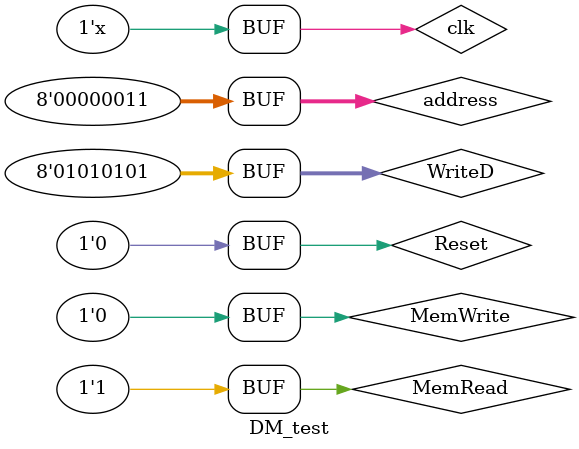
<source format=v>
`timescale 1ns / 1ps


module DM_test;

	// Inputs
	reg [7:0] address;
	reg [7:0] WriteD;
	reg MemRead;
	reg MemWrite;
	reg clk;
	reg Reset;

	// Outputs
	wire [7:0] ReadD;

	// Instantiate the Unit Under Test (UUT)
	DM uut (
		.address(address), 
		.WriteD(WriteD), 
		.MemRead(MemRead), 
		.MemWrite(MemWrite), 
		.clk(clk), 
		.Reset(Reset), 
		.ReadD(ReadD)
	);

always #10 clk = ~clk;
	initial begin
		// Initialize Inputs
		address = 0;
		WriteD = 0;
		MemRead = 0;
		MemWrite = 0;
		clk = 0;
		Reset = 1;

		// Wait 100 ns for global reset to finish
		#100;
		
		
        
		// Add stimulus here
		Reset = 0;
		
		#50;
		Reset = 0;
		MemWrite = 0;
		MemRead = 1;
		address = 0;
		
		#50;
		Reset = 0;
		MemWrite = 0;
		MemRead = 1;
		address = 1;
		
		#50;
		Reset = 0;
		MemWrite = 0;
		MemRead = 1;
		address = 2;
		
		#50;
		Reset = 0;
		MemWrite = 0;
		MemRead = 1;
		address = 3;
		
		#50
		MemRead = 0;
		MemWrite = 1;
		address = 0;
		WriteD = 8'b01010101;
		
		#50;
		Reset = 0;
		MemWrite = 1;
		address = 1;
		WriteD = 8'b01010101;
		
		#50;
		Reset = 0;
		MemWrite = 1;
		address = 2;
		WriteD = 8'b01010101;
		
		#50;
		Reset = 0;
		MemWrite = 1;
		address = 3;
		WriteD = 8'b01010101;
		
		
		#50;
		Reset = 0;
		MemWrite = 0;
		MemRead = 1;
		address = 0;
		
		#50;
		Reset = 0;
		MemWrite = 0;
		MemRead = 1;
		address = 1;
		
		#50;
		Reset = 0;
		MemWrite = 0;
		MemRead = 1;
		address = 2;
		
		#50;
		Reset = 0;
		MemWrite = 0;
		MemRead = 1;
		address = 3;
		
		
	end
      
endmodule

</source>
